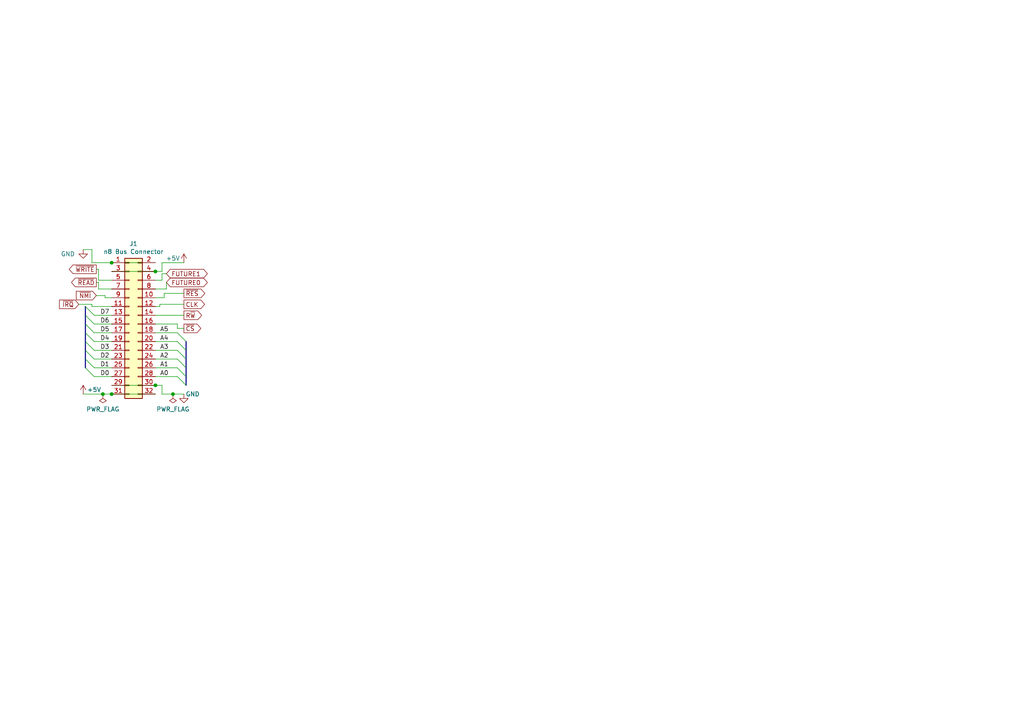
<source format=kicad_sch>
(kicad_sch (version 20230121) (generator eeschema)
  (paper "A4")
  (lib_symbols
    (symbol "Connector_Generic:Conn_02x16_Odd_Even" (pin_names (offset 1.016) hide)
      (property "Reference" "J" (at 1.27 20.32 0))
      (property "Value" "Conn_02x16_Odd_Even" (at 1.27 -22.86 0))
      (symbol "Conn_02x16_Odd_Even_1_1"
        (rectangle (start -1.27 -20.193) (end 0 -20.447) (stroke (width 0.1524)))
        (rectangle (start -1.27 -17.653) (end 0 -17.907) (stroke (width 0.1524)))
        (rectangle (start -1.27 -15.113) (end 0 -15.367) (stroke (width 0.1524)))
        (rectangle (start -1.27 -12.573) (end 0 -12.827) (stroke (width 0.1524)))
        (rectangle (start -1.27 -10.033) (end 0 -10.287) (stroke (width 0.1524)))
        (rectangle (start -1.27 -7.493) (end 0 -7.747) (stroke (width 0.1524)))
        (rectangle (start -1.27 -4.953) (end 0 -5.207) (stroke (width 0.1524)))
        (rectangle (start -1.27 -2.413) (end 0 -2.667) (stroke (width 0.1524)))
        (rectangle (start -1.27 0.127) (end 0 -0.127) (stroke (width 0.1524)))
        (rectangle (start -1.27 2.667) (end 0 2.413) (stroke (width 0.1524)))
        (rectangle (start -1.27 5.207) (end 0 4.953) (stroke (width 0.1524)))
        (rectangle (start -1.27 7.747) (end 0 7.493) (stroke (width 0.1524)))
        (rectangle (start -1.27 10.287) (end 0 10.033) (stroke (width 0.1524)))
        (rectangle (start -1.27 12.827) (end 0 12.573) (stroke (width 0.1524)))
        (rectangle (start -1.27 15.367) (end 0 15.113) (stroke (width 0.1524)))
        (rectangle (start -1.27 17.907) (end 0 17.653) (stroke (width 0.1524)))
        (rectangle (start -1.27 19.05) (end 3.81 -21.59) (stroke (width 0.254)) (fill (type background)))
        (rectangle (start 3.81 -20.193) (end 2.54 -20.447) (stroke (width 0.1524)))
        (rectangle (start 3.81 -17.653) (end 2.54 -17.907) (stroke (width 0.1524)))
        (rectangle (start 3.81 -15.113) (end 2.54 -15.367) (stroke (width 0.1524)))
        (rectangle (start 3.81 -12.573) (end 2.54 -12.827) (stroke (width 0.1524)))
        (rectangle (start 3.81 -10.033) (end 2.54 -10.287) (stroke (width 0.1524)))
        (rectangle (start 3.81 -7.493) (end 2.54 -7.747) (stroke (width 0.1524)))
        (rectangle (start 3.81 -4.953) (end 2.54 -5.207) (stroke (width 0.1524)))
        (rectangle (start 3.81 -2.413) (end 2.54 -2.667) (stroke (width 0.1524)))
        (rectangle (start 3.81 0.127) (end 2.54 -0.127) (stroke (width 0.1524)))
        (rectangle (start 3.81 2.667) (end 2.54 2.413) (stroke (width 0.1524)))
        (rectangle (start 3.81 5.207) (end 2.54 4.953) (stroke (width 0.1524)))
        (rectangle (start 3.81 7.747) (end 2.54 7.493) (stroke (width 0.1524)))
        (rectangle (start 3.81 10.287) (end 2.54 10.033) (stroke (width 0.1524)))
        (rectangle (start 3.81 12.827) (end 2.54 12.573) (stroke (width 0.1524)))
        (rectangle (start 3.81 15.367) (end 2.54 15.113) (stroke (width 0.1524)))
        (rectangle (start 3.81 17.907) (end 2.54 17.653) (stroke (width 0.1524)))
        (pin passive line (at -5.08 17.78 0) (length 3.81) (name "Pin_1") (number "1"))
        (pin passive line (at 7.62 7.62 180) (length 3.81) (name "Pin_10") (number "10"))
        (pin passive line (at -5.08 5.08 0) (length 3.81) (name "Pin_11") (number "11"))
        (pin passive line (at 7.62 5.08 180) (length 3.81) (name "Pin_12") (number "12"))
        (pin passive line (at -5.08 2.54 0) (length 3.81) (name "Pin_13") (number "13"))
        (pin passive line (at 7.62 2.54 180) (length 3.81) (name "Pin_14") (number "14"))
        (pin passive line (at -5.08 0 0) (length 3.81) (name "Pin_15") (number "15"))
        (pin passive line (at 7.62 0 180) (length 3.81) (name "Pin_16") (number "16"))
        (pin passive line (at -5.08 -2.54 0) (length 3.81) (name "Pin_17") (number "17"))
        (pin passive line (at 7.62 -2.54 180) (length 3.81) (name "Pin_18") (number "18"))
        (pin passive line (at -5.08 -5.08 0) (length 3.81) (name "Pin_19") (number "19"))
        (pin passive line (at 7.62 17.78 180) (length 3.81) (name "Pin_2") (number "2"))
        (pin passive line (at 7.62 -5.08 180) (length 3.81) (name "Pin_20") (number "20"))
        (pin passive line (at -5.08 -7.62 0) (length 3.81) (name "Pin_21") (number "21"))
        (pin passive line (at 7.62 -7.62 180) (length 3.81) (name "Pin_22") (number "22"))
        (pin passive line (at -5.08 -10.16 0) (length 3.81) (name "Pin_23") (number "23"))
        (pin passive line (at 7.62 -10.16 180) (length 3.81) (name "Pin_24") (number "24"))
        (pin passive line (at -5.08 -12.7 0) (length 3.81) (name "Pin_25") (number "25"))
        (pin passive line (at 7.62 -12.7 180) (length 3.81) (name "Pin_26") (number "26"))
        (pin passive line (at -5.08 -15.24 0) (length 3.81) (name "Pin_27") (number "27"))
        (pin passive line (at 7.62 -15.24 180) (length 3.81) (name "Pin_28") (number "28"))
        (pin passive line (at -5.08 -17.78 0) (length 3.81) (name "Pin_29") (number "29"))
        (pin passive line (at -5.08 15.24 0) (length 3.81) (name "Pin_3") (number "3"))
        (pin passive line (at 7.62 -17.78 180) (length 3.81) (name "Pin_30") (number "30"))
        (pin passive line (at -5.08 -20.32 0) (length 3.81) (name "Pin_31") (number "31"))
        (pin passive line (at 7.62 -20.32 180) (length 3.81) (name "Pin_32") (number "32"))
        (pin passive line (at 7.62 15.24 180) (length 3.81) (name "Pin_4") (number "4"))
        (pin passive line (at -5.08 12.7 0) (length 3.81) (name "Pin_5") (number "5"))
        (pin passive line (at 7.62 12.7 180) (length 3.81) (name "Pin_6") (number "6"))
        (pin passive line (at -5.08 10.16 0) (length 3.81) (name "Pin_7") (number "7"))
        (pin passive line (at 7.62 10.16 180) (length 3.81) (name "Pin_8") (number "8"))
        (pin passive line (at -5.08 7.62 0) (length 3.81) (name "Pin_9") (number "9"))
      )
    )
    (symbol "power:+5V" (power) (pin_names (offset 0))
      (property "Value" "+5V" (at 0 3.556 0))
      (symbol "+5V_0_1"
        (polyline (pts (xy -0.762 1.27) (xy 0 2.54)))
        (polyline (pts (xy 0 0) (xy 0 2.54)))
        (polyline (pts (xy 0 2.54) (xy 0.762 1.27)))
      )
      (symbol "+5V_1_1"
        (pin power_in line (at 0 0 90) (length 0) hide (name "+5V") (number "1"))
      )
    )
    (symbol "power:GND" (power) (pin_names (offset 0))
      (property "Value" "GND" (at 0 -3.81 0))
      (symbol "GND_0_1"
        (polyline (pts (xy 0 0) (xy 0 -1.27) (xy 1.27 -1.27) (xy 0 -2.54) (xy -1.27 -1.27) (xy 0 -1.27)))
      )
      (symbol "GND_1_1"
        (pin power_in line (at 0 0 270) (length 0) hide (name "GND") (number "1"))
      )
    )
    (symbol "power:PWR_FLAG" (power) (pin_numbers hide) (pin_names (offset 0) hide)
      (property "Value" "PWR_FLAG" (at 0 3.81 0))
      (symbol "PWR_FLAG_0_0"
        (pin power_out line (at 0 0 90) (length 0) (name "pwr") (number "1"))
      )
      (symbol "PWR_FLAG_0_1"
        (polyline (pts (xy 0 0) (xy 0 1.27) (xy -1.016 1.905) (xy 0 2.54) (xy 1.016 1.905) (xy 0 1.27)))
      )
    )
  )
  (junction (at 29.845 114.3))
  (junction (at 32.385 114.3))
  (junction (at 32.385 76.2))
  (junction (at 50.165 114.3))
  (junction (at 45.085 78.74))
  (junction (at 45.085 111.76))
  (bus_entry (at 53.975 109.22) (size -2.54 -2.54))
  (bus_entry (at 53.975 106.68) (size -2.54 -2.54))
  (bus_entry (at 27.305 106.68) (size -2.54 -2.54))
  (bus_entry (at 27.305 96.52) (size -2.54 -2.54))
  (bus_entry (at 27.305 99.06) (size -2.54 -2.54))
  (bus_entry (at 53.975 104.14) (size -2.54 -2.54))
  (bus_entry (at 53.975 101.6) (size -2.54 -2.54))
  (bus_entry (at 53.975 111.76) (size -2.54 -2.54))
  (bus_entry (at 53.975 99.06) (size -2.54 -2.54))
  (bus_entry (at 27.305 93.98) (size -2.54 -2.54))
  (bus_entry (at 27.305 91.44) (size -2.54 -2.54))
  (bus_entry (at 27.305 109.22) (size -2.54 -2.54))
  (bus_entry (at 27.305 101.6) (size -2.54 -2.54))
  (bus_entry (at 27.305 104.14) (size -2.54 -2.54))
  (wire (pts (xy 32.385 111.76) (xy 45.085 111.76)))
  (wire (pts (xy 46.99 78.74) (xy 46.99 76.2)))
  (bus (pts (xy 24.765 101.6) (xy 24.765 104.14)))
  (wire (pts (xy 46.99 114.3) (xy 50.165 114.3)))
  (bus (pts (xy 24.765 91.44) (xy 24.765 93.98)))
  (wire (pts (xy 32.385 101.6) (xy 27.305 101.6)))
  (wire (pts (xy 45.085 106.68) (xy 51.435 106.68)))
  (wire (pts (xy 48.26 83.82) (xy 48.26 81.915)))
  (wire (pts (xy 45.085 91.44) (xy 53.34 91.44)))
  (wire (pts (xy 45.085 81.28) (xy 46.99 81.28)))
  (bus (pts (xy 24.765 99.06) (xy 24.765 101.6)))
  (wire (pts (xy 45.085 109.22) (xy 51.435 109.22)))
  (wire (pts (xy 32.385 83.82) (xy 28.575 83.82)))
  (bus (pts (xy 24.765 88.9) (xy 24.765 91.44)))
  (wire (pts (xy 24.13 114.3) (xy 29.845 114.3)))
  (wire (pts (xy 26.67 88.9) (xy 26.67 88.265)))
  (wire (pts (xy 45.085 99.06) (xy 51.435 99.06)))
  (wire (pts (xy 46.355 88.9) (xy 46.355 88.265)))
  (wire (pts (xy 32.385 109.22) (xy 27.305 109.22)))
  (bus (pts (xy 53.975 109.22) (xy 53.975 111.76)))
  (wire (pts (xy 28.575 83.82) (xy 28.575 81.915)))
  (wire (pts (xy 32.385 99.06) (xy 27.305 99.06)))
  (wire (pts (xy 30.48 85.725) (xy 27.94 85.725)))
  (wire (pts (xy 32.385 106.68) (xy 27.305 106.68)))
  (wire (pts (xy 26.67 76.2) (xy 26.67 72.39)))
  (wire (pts (xy 32.385 114.3) (xy 45.085 114.3)))
  (wire (pts (xy 32.385 91.44) (xy 27.305 91.44)))
  (bus (pts (xy 53.975 101.6) (xy 53.975 104.14)))
  (wire (pts (xy 46.99 76.2) (xy 53.34 76.2)))
  (wire (pts (xy 50.165 114.3) (xy 53.34 114.3)))
  (wire (pts (xy 47.625 86.36) (xy 47.625 85.09)))
  (wire (pts (xy 32.385 96.52) (xy 27.305 96.52)))
  (bus (pts (xy 53.975 104.14) (xy 53.975 106.68)))
  (wire (pts (xy 45.085 104.14) (xy 51.435 104.14)))
  (wire (pts (xy 47.625 85.09) (xy 53.34 85.09)))
  (wire (pts (xy 45.085 88.9) (xy 46.355 88.9)))
  (wire (pts (xy 28.575 81.28) (xy 28.575 78.105)))
  (wire (pts (xy 30.48 86.36) (xy 30.48 85.725)))
  (wire (pts (xy 29.845 114.3) (xy 32.385 114.3)))
  (wire (pts (xy 32.385 78.74) (xy 45.085 78.74)))
  (wire (pts (xy 46.99 79.375) (xy 48.26 79.375)))
  (wire (pts (xy 46.99 111.76) (xy 46.99 114.3)))
  (wire (pts (xy 32.385 104.14) (xy 27.305 104.14)))
  (wire (pts (xy 32.385 86.36) (xy 30.48 86.36)))
  (wire (pts (xy 26.67 72.39) (xy 24.13 72.39)))
  (bus (pts (xy 24.765 96.52) (xy 24.765 99.06)))
  (wire (pts (xy 45.085 86.36) (xy 47.625 86.36)))
  (wire (pts (xy 45.085 93.98) (xy 51.435 93.98)))
  (bus (pts (xy 24.765 104.14) (xy 24.765 106.68)))
  (wire (pts (xy 45.085 101.6) (xy 51.435 101.6)))
  (bus (pts (xy 24.765 93.98) (xy 24.765 96.52)))
  (wire (pts (xy 32.385 93.98) (xy 27.305 93.98)))
  (wire (pts (xy 46.355 88.265) (xy 53.34 88.265)))
  (bus (pts (xy 53.975 106.68) (xy 53.975 109.22)))
  (wire (pts (xy 45.085 78.74) (xy 46.99 78.74)))
  (wire (pts (xy 32.385 76.2) (xy 45.085 76.2)))
  (wire (pts (xy 26.67 76.2) (xy 32.385 76.2)))
  (wire (pts (xy 26.67 88.265) (xy 22.86 88.265)))
  (wire (pts (xy 51.435 95.25) (xy 53.34 95.25)))
  (wire (pts (xy 28.575 78.105) (xy 27.94 78.105)))
  (wire (pts (xy 45.085 96.52) (xy 51.435 96.52)))
  (bus (pts (xy 53.975 99.06) (xy 53.975 101.6)))
  (wire (pts (xy 45.085 111.76) (xy 46.99 111.76)))
  (wire (pts (xy 46.99 81.28) (xy 46.99 79.375)))
  (wire (pts (xy 51.435 93.98) (xy 51.435 95.25)))
  (wire (pts (xy 32.385 88.9) (xy 26.67 88.9)))
  (wire (pts (xy 32.385 81.28) (xy 28.575 81.28)))
  (wire (pts (xy 28.575 81.915) (xy 27.94 81.915)))
  (wire (pts (xy 45.085 83.82) (xy 48.26 83.82)))
  (label "A5" (at 48.895 96.52 180))
  (label "A4" (at 48.895 99.06 180))
  (label "D2" (at 31.75 104.14 180))
  (label "D0" (at 31.75 109.22 180))
  (label "D6" (at 31.75 93.98 180))
  (label "A0" (at 48.895 109.22 180))
  (label "A1" (at 48.895 106.68 180))
  (label "D3" (at 31.75 101.6 180))
  (label "D5" (at 31.75 96.52 180))
  (label "D1" (at 31.75 106.68 180))
  (label "A2" (at 48.895 104.14 180))
  (label "D7" (at 31.75 91.44 180))
  (label "D4" (at 31.75 99.06 180))
  (label "A3" (at 48.895 101.6 180))
  (global_label "~{CS}" (shape output) (at 53.34 95.25 0) (property "Intersheetrefs" "${INTERSHEET_REFS}" (effects hide)))
  (global_label "FUTURE0" (shape bidirectional) (at 48.26 81.915 0) (property "Intersheetrefs" "${INTERSHEET_REFS}" (effects hide)))
  (global_label "R~{W}" (shape output) (at 53.34 91.44 0) (property "Intersheetrefs" "${INTERSHEET_REFS}" (effects hide)))
  (global_label "FUTURE1" (shape bidirectional) (at 48.26 79.375 0) (property "Intersheetrefs" "${INTERSHEET_REFS}" (effects hide)))
  (global_label "~{RES}" (shape output) (at 53.34 85.09 0) (property "Intersheetrefs" "${INTERSHEET_REFS}" (effects hide)))
  (global_label "CLK" (shape output) (at 53.34 88.265 0) (property "Intersheetrefs" "${INTERSHEET_REFS}" (effects hide)))
  (global_label "~{IRQ}" (shape input) (at 22.86 88.265 180) (property "Intersheetrefs" "${INTERSHEET_REFS}" (effects hide)))
  (global_label "~{WRITE}" (shape output) (at 27.94 78.105 180) (property "Intersheetrefs" "${INTERSHEET_REFS}" (effects hide)))
  (global_label "~{NMI}" (shape input) (at 27.94 85.725 180) (property "Intersheetrefs" "${INTERSHEET_REFS}" (effects hide)))
  (global_label "~{READ}" (shape output) (at 27.94 81.915 180) (property "Intersheetrefs" "${INTERSHEET_REFS}" (effects hide)))
  (symbol (lib_id "Connector_Generic:Conn_02x16_Odd_Even") (at 37.465 93.98 0) (unit 1)
    (property "Reference" "J1" (at 38.735 70.6882 0))
    (property "Value" "n8 Bus Connector" (at 38.735 72.9996 0))
    (property "Footprint" "Connector_PinHeader_2.54mm:PinHeader_2x16_P2.54mm_Horizontal" (effects hide))
  )
  (symbol (lib_id "power:+5V") (at 53.34 76.2 0) (unit 1)
    (property "Reference" "#PWR0101" (effects hide))
    (property "Value" "+5V" (at 50.165 74.93 0))
  )
  (symbol (lib_id "power:GND") (at 53.34 114.3 0) (unit 1)
    (property "Reference" "#PWR0102" (effects hide))
    (property "Value" "GND" (at 55.88 114.3 0))
  )
  (symbol (lib_id "power:+5V") (at 24.13 114.3 0) (unit 1)
    (property "Reference" "#PWR0103" (effects hide))
    (property "Value" "+5V" (at 27.305 113.03 0))
  )
  (symbol (lib_id "power:GND") (at 24.13 72.39 0) (unit 1)
    (property "Reference" "#PWR0104" (effects hide))
    (property "Value" "GND" (at 19.685 73.66 0))
  )
  (symbol (lib_id "power:PWR_FLAG") (at 50.165 114.3 180) (unit 1)
    (property "Reference" "#FLG0101" (effects hide))
    (property "Value" "PWR_FLAG" (at 50.165 118.6942 0))
  )
  (symbol (lib_id "power:PWR_FLAG") (at 29.845 114.3 180) (unit 1)
    (property "Reference" "#FLG0102" (effects hide))
    (property "Value" "PWR_FLAG" (at 29.845 118.6942 0))
  )
)
</source>
